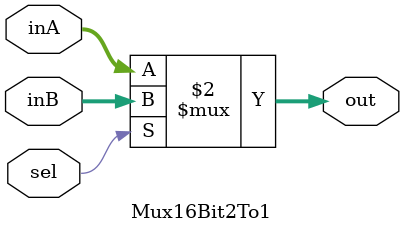
<source format=v>
`timescale 1ns / 1ps


module Mux16Bit2To1(out, inA, inB, sel);

    input [15:0] inA, inB;
    input sel;
    
    output [15:0] out;
    
    assign out = (sel == 0) ? inA : inB; 

endmodule

</source>
